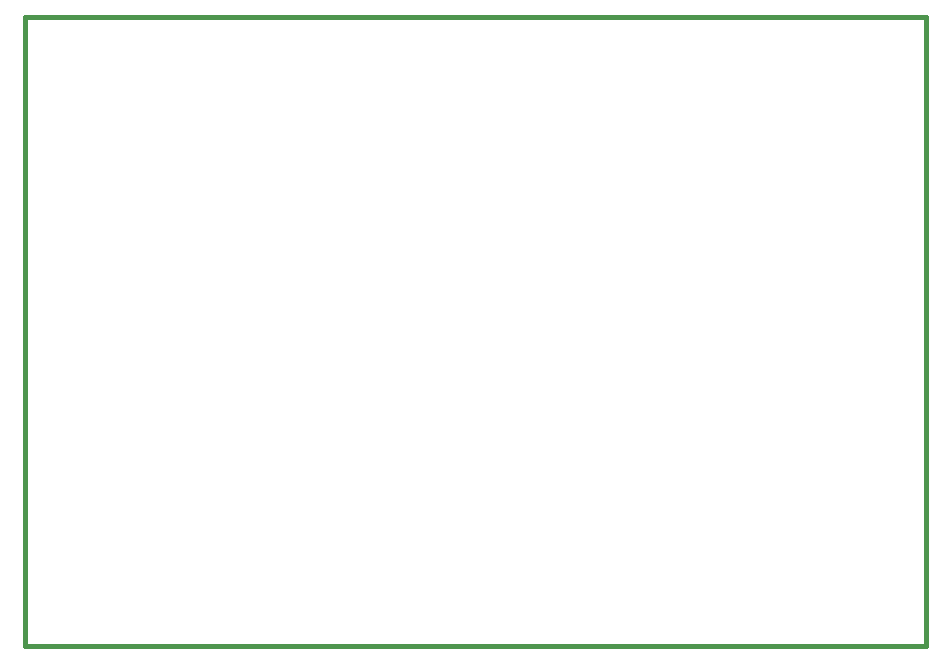
<source format=gko>
G04 Layer: BoardOutline*
G04 EasyEDA v6.4.7, 2020-09-27T19:17:12+06:30*
G04 5f9934904fa34247908da0985e5d9101,0cefe5c53dde44a4b7081b089a27013d,10*
G04 Gerber Generator version 0.2*
G04 Scale: 100 percent, Rotated: No, Reflected: No *
G04 Dimensions in millimeters *
G04 leading zeros omitted , absolute positions ,3 integer and 3 decimal *
%FSLAX33Y33*%
%MOMM*%
G90*
D02*

%ADD10C,0.381000*%
G54D10*
G01X127Y0D02*
G01X76327Y0D01*
G01X76327Y53213D01*
G01X0Y53213D01*
G01X0Y0D01*

%LPD*%
M00*
M02*

</source>
